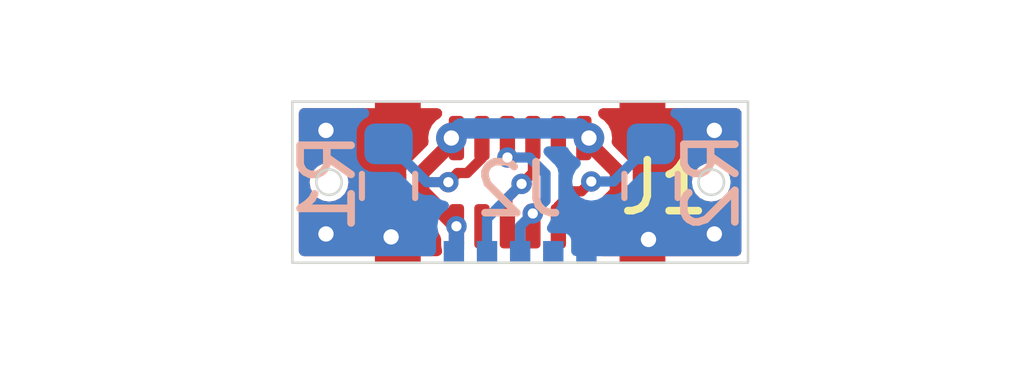
<source format=kicad_pcb>
(kicad_pcb (version 20211014) (generator pcbnew)
  (layers (0 "F.Cu" signal) (31 "B.Cu" signal) (34 "B.Paste" user) (35 "F.Paste" user) (36 "B.SilkS" user "B.Silkscreen") (37 "F.SilkS" user "F.Silkscreen") (38 "B.Mask" user) (39 "F.Mask" user) (44 "Edge.Cuts" user))
  (net 0 "")
  (net 1 "GND")
  (net 2 "Net-(J1-PadA4)")
  (net 3 "Net-(J1-PadA5)")
  (net 4 "Net-(J1-PadA6)")
  (net 5 "Net-(J1-PadA7)")
  (net 7 "Net-(J1-PadB5)")
  (footprint "Type-c:USB_Micro-B_GCT_USB3076-30-A" (layer "F.Cu") (at 148.082 82.38 180)
    (fp_text reference "J2" (at 0.022 1.21) (layer "B.SilkS") (effects (justify mirror)))
    (fp_text value "USB_B_Micro")
    (pad "1" smd rect (at 1.3 0 180) (size 0.4 0.4) (layers "B.Cu" "B.Paste" "B.Mask") (net 2 "Net-(J1-PadA4)"))
    (pad "2" smd rect (at 0.65 0 180) (size 0.4 0.4) (layers "B.Cu" "B.Paste" "B.Mask") (net 5 "Net-(J1-PadA7)"))
    (pad "3" smd rect (at 0 0 180) (size 0.4 0.4) (layers "B.Cu" "B.Paste" "B.Mask") (net 4 "Net-(J1-PadA6)"))
    (pad "4" smd rect (at -0.65 0 180) (size 0.4 0.4) (layers "B.Cu" "B.Paste" "B.Mask"))
    (pad "5" smd rect (at -1.3 0 180) (size 0.4 0.4) (layers "B.Cu" "B.Paste" "B.Mask") (net 1 "GND"))
  )
  (footprint "Type-c:Type-C 16P Stand SMD" (layer "F.Cu") (at 148.082 81.026)
    (fp_text reference "J1" (at 2.828 0.104 unlocked) (layer "F.SilkS"))
    (fp_text value "USB_C_Receptacle_USB2.0")
    (fp_rect (start -4.47 -1.58) (end 4.47 1.58) (layer "Edge.Cuts") (width 0.05) (fill none))
    (fp_circle (center 3.75 0) (end 4 0) (layer "Edge.Cuts") (width 0.05) (fill none))
    (fp_circle (center -3.75 0) (end -3.5 0) (layer "Edge.Cuts") (width 0.05) (fill none))
    (pad "A1" smd roundrect (at -2.75 -0.865) (size 0.3 0.87) (layers "F.Cu" "F.Paste" "F.Mask") (net 1 "GND"))
    (pad "A4" smd roundrect (at -1.25 -0.865) (size 0.3 0.87) (layers "F.Cu" "F.Paste" "F.Mask") (net 2 "Net-(J1-PadA4)"))
    (pad "A5" smd roundrect (at -0.75 -0.865) (size 0.3 0.87) (layers "F.Cu" "F.Paste" "F.Mask") (net 3 "Net-(J1-PadA5)"))
    (pad "A6" smd roundrect (at -0.25 -0.865) (size 0.3 0.87) (layers "F.Cu" "F.Paste" "F.Mask") (net 4 "Net-(J1-PadA6)"))
    (pad "A7" smd roundrect (at 0.25 -0.865) (size 0.3 0.87) (layers "F.Cu" "F.Paste" "F.Mask") (net 5 "Net-(J1-PadA7)"))
    (pad "A8" smd roundrect (at 0.75 -0.865) (size 0.3 0.87) (layers "F.Cu" "F.Paste" "F.Mask"))
    (pad "A9" smd roundrect (at 1.25 -0.865) (size 0.3 0.87) (layers "F.Cu" "F.Paste" "F.Mask") (net 2 "Net-(J1-PadA4)"))
    (pad "A12" smd roundrect (at 2.75 -0.865) (size 0.3 0.87) (layers "F.Cu" "F.Paste" "F.Mask") (net 1 "GND"))
    (pad "B1" smd roundrect (at 2.75 0.865) (size 0.3 0.87) (layers "F.Cu" "F.Paste" "F.Mask") (net 1 "GND"))
    (pad "B4" smd roundrect (at 1.25 0.865) (size 0.3 0.87) (layers "F.Cu" "F.Paste" "F.Mask") (net 2 "Net-(J1-PadA4)"))
    (pad "B5" smd roundrect (at 0.75 0.865) (size 0.3 0.87) (layers "F.Cu" "F.Paste" "F.Mask") (net 7 "Net-(J1-PadB5)"))
    (pad "B6" smd roundrect (at 0.25 0.865) (size 0.3 0.87) (layers "F.Cu" "F.Paste" "F.Mask") (net 4 "Net-(J1-PadA6)"))
    (pad "B7" smd roundrect (at -0.25 0.865) (size 0.3 0.87) (layers "F.Cu" "F.Paste" "F.Mask") (net 5 "Net-(J1-PadA7)"))
    (pad "B8" smd roundrect (at -0.75 0.865) (size 0.3 0.87) (layers "F.Cu" "F.Paste" "F.Mask"))
    (pad "B9" smd roundrect (at -1.25 0.865) (size 0.3 0.87) (layers "F.Cu" "F.Paste" "F.Mask") (net 2 "Net-(J1-PadA4)"))
    (pad "B12" smd roundrect (at -2.75 0.865) (size 0.3 0.87) (layers "F.Cu" "F.Paste" "F.Mask") (net 1 "GND"))
    (pad "S1" smd rect (at -2.4 -1.35) (size 0.9 0.5) (layers "F.Cu" "F.Paste" "F.Mask") (net 1 "GND"))
    (pad "S1" smd rect (at -2.4 1.35) (size 0.9 0.5) (layers "F.Cu" "F.Paste" "F.Mask") (net 1 "GND"))
    (pad "S1" smd rect (at 2.4 -1.35) (size 0.9 0.5) (layers "F.Cu" "F.Paste" "F.Mask") (net 1 "GND"))
    (pad "S1" smd rect (at 2.4 1.35) (size 0.9 0.5) (layers "F.Cu" "F.Paste" "F.Mask") (net 1 "GND"))
  )
  (footprint "Resistor_SMD:R_0603_1608Metric" (layer "B.Cu") (at 145.5 81.1 90)
    (fp_text reference "R1" (at 0.06 -1.19 90) (layer "B.SilkS") (effects (justify mirror)))
    (fp_text value "5.1K")
    (fp_line (start -0.237258 -0.5225) (end 0.237258 -0.5225) (layer "B.SilkS") (width 0.12))
    (fp_line (start -0.237258 0.5225) (end 0.237258 0.5225) (layer "B.SilkS") (width 0.12))
    (pad "1" smd roundrect (at -0.825 0 90) (size 0.8 0.95) (layers "B.Cu" "B.Paste" "B.Mask") (net 1 "GND"))
    (pad "2" smd roundrect (at 0.825 0 90) (size 0.8 0.95) (layers "B.Cu" "B.Paste" "B.Mask") (net 3 "Net-(J1-PadA5)"))
  )
  (footprint "Resistor_SMD:R_0603_1608Metric" (layer "B.Cu") (at 150.65 81.1 90)
    (fp_text reference "R2" (at 0.08 1.19 90) (layer "B.SilkS") (effects (justify mirror)))
    (fp_text value "5.1K")
    (fp_line (start -0.237258 0.5225) (end 0.237258 0.5225) (layer "B.SilkS") (width 0.12))
    (fp_line (start -0.237258 -0.5225) (end 0.237258 -0.5225) (layer "B.SilkS") (width 0.12))
    (pad "1" smd roundrect (at -0.825 0 90) (size 0.8 0.95) (layers "B.Cu" "B.Paste" "B.Mask") (net 1 "GND"))
    (pad "2" smd roundrect (at 0.825 0 90) (size 0.8 0.95) (layers "B.Cu" "B.Paste" "B.Mask") (net 7 "Net-(J1-PadB5)"))
  )
  (via (at 151.892 82.042) (size 0.6) (drill 0.3) (layers "F.Cu" "B.Cu") (net 1))
  (via (at 144.272 80.01) (size 0.6) (drill 0.3) (layers "F.Cu" "B.Cu") (net 1))
  (via (at 150.6 82.15) (size 0.6) (drill 0.3) (layers "F.Cu" "B.Cu") (net 1))
  (via (at 145.55 82.1) (size 0.6) (drill 0.3) (layers "F.Cu" "B.Cu") (net 1))
  (via (at 151.892 80.01) (size 0.6) (drill 0.3) (layers "F.Cu" "B.Cu") (net 1))
  (via (at 144.272 82.042) (size 0.6) (drill 0.3) (layers "F.Cu" "B.Cu") (net 1))
  (segment (start 149.332 81.891) (end 149.99 81.233) (width 0.3) (layer "F.Cu") (net 2))
  (segment (start 146.15 80.843) (end 146.15 81.209) (width 0.3) (layer "F.Cu") (net 2))
  (segment (start 149.99 81.233) (end 149.99 80.819) (width 0.3) (layer "F.Cu") (net 2))
  (segment (start 146.832 80.161) (end 146.15 80.843) (width 0.3) (layer "F.Cu") (net 2))
  (segment (start 146.15 81.209) (end 146.832 81.891) (width 0.3) (layer "F.Cu") (net 2))
  (segment (start 149.99 80.819) (end 149.332 80.161) (width 0.3) (layer "F.Cu") (net 2))
  (via (at 149.4315 80.16) (size 0.6) (drill 0.3) (layers "F.Cu" "B.Cu") (net 2))
  (via (at 146.832 81.891) (size 0.4) (drill 0.2) (layers "F.Cu" "B.Cu") (net 2))
  (via (at 146.7325 80.16) (size 0.6) (drill 0.3) (layers "F.Cu" "B.Cu") (net 2))
  (segment (start 146.832 82.33) (end 146.782 82.38) (width 0.3) (layer "B.Cu") (net 2))
  (segment (start 149.243316 79.971816) (end 149.4315 80.16) (width 0.4) (layer "B.Cu") (net 2))
  (segment (start 146.920684 79.971816) (end 149.243316 79.971816) (width 0.4) (layer "B.Cu") (net 2))
  (segment (start 146.832 81.891) (end 146.832 82.33) (width 0.3) (layer "B.Cu") (net 2))
  (segment (start 146.7325 80.16) (end 146.920684 79.971816) (width 0.4) (layer "B.Cu") (net 2))
  (segment (start 146.8534 80.846) (end 147.041619 80.846) (width 0.2) (layer "F.Cu") (net 3))
  (segment (start 147.041619 80.846) (end 147.332 80.555619) (width 0.2) (layer "F.Cu") (net 3))
  (segment (start 146.6734 81.026) (end 146.8534 80.846) (width 0.2) (layer "F.Cu") (net 3))
  (segment (start 147.332 80.555619) (end 147.332 80.161) (width 0.2) (layer "F.Cu") (net 3))
  (via (at 146.6734 81.026) (size 0.4) (drill 0.2) (layers "F.Cu" "B.Cu") (net 3))
  (segment (start 146.6734 81.026) (end 146.251 81.026) (width 0.2) (layer "B.Cu") (net 3))
  (segment (start 146.251 81.026) (end 145.5 80.275) (width 0.2) (layer "B.Cu") (net 3))
  (segment (start 147.83301 80.541816) (end 147.832 80.540806) (width 0.2) (layer "F.Cu") (net 4))
  (segment (start 147.832 80.540806) (end 147.832 80.161) (width 0.2) (layer "F.Cu") (net 4))
  (segment (start 148.33 81.889) (end 148.332 81.891) (width 0.2) (layer "F.Cu") (net 4))
  (segment (start 148.33 81.64) (end 148.33 81.889) (width 0.2) (layer "F.Cu") (net 4))
  (via (at 147.83301 80.541816) (size 0.4) (drill 0.2) (layers "F.Cu" "B.Cu") (net 4))
  (via (at 148.33 81.64) (size 0.4) (drill 0.2) (layers "F.Cu" "B.Cu") (net 4))
  (segment (start 148.33 81.64) (end 148.082 81.888) (width 0.2) (layer "B.Cu") (net 4))
  (segment (start 148.58 81.39) (end 148.58 80.86) (width 0.2) (layer "B.Cu") (net 4))
  (segment (start 148.58 80.86) (end 148.261816 80.541816) (width 0.2) (layer "B.Cu") (net 4))
  (segment (start 148.082 81.888) (end 148.082 82.38) (width 0.2) (layer "B.Cu") (net 4))
  (segment (start 148.33 81.64) (end 148.58 81.39) (width 0.2) (layer "B.Cu") (net 4))
  (segment (start 148.261816 80.541816) (end 147.83301 80.541816) (width 0.2) (layer "B.Cu") (net 4))
  (segment (start 148.11 81.06) (end 147.832 81.338) (width 0.2) (layer "F.Cu") (net 5))
  (segment (start 148.332 80.838) (end 148.11 81.06) (width 0.2) (layer "F.Cu") (net 5))
  (segment (start 148.332 80.161) (end 148.332 80.838) (width 0.2) (layer "F.Cu") (net 5))
  (segment (start 147.832 81.338) (end 147.832 81.891) (width 0.2) (layer "F.Cu") (net 5))
  (via (at 148.11 81.06) (size 0.4) (drill 0.2) (layers "F.Cu" "B.Cu") (net 5))
  (segment (start 147.432 81.738) (end 147.432 82.38) (width 0.2) (layer "B.Cu") (net 5))
  (segment (start 148.11 81.06) (end 147.432 81.738) (width 0.2) (layer "B.Cu") (net 5))
  (segment (start 149.2845 81.206) (end 149.122381 81.206) (width 0.2) (layer "F.Cu") (net 7))
  (segment (start 149.122381 81.206) (end 148.832 81.496381) (width 0.2) (layer "F.Cu") (net 7))
  (segment (start 148.832 81.496381) (end 148.832 81.891) (width 0.2) (layer "F.Cu") (net 7))
  (segment (start 149.47755 81.01295) (end 149.2845 81.206) (width 0.2) (layer "F.Cu") (net 7))
  (via (at 149.47755 81.01295) (size 0.4) (drill 0.2) (layers "F.Cu" "B.Cu") (net 7))
  (segment (start 149.47755 81.01295) (end 149.91205 81.01295) (width 0.2) (layer "B.Cu") (net 7))
  (segment (start 149.91205 81.01295) (end 150.65 80.275) (width 0.2) (layer "B.Cu") (net 7))
  (zone (net 1) (net_name "GND") (layers F&B.Cu) (connect_pads yes (clearance 0.127)) (min_thickness 0.2) (fill yes (thermal_gap 0.508) (thermal_bridge_width 0.508))
    (polygon (pts (xy 152.654 82.677) (xy 143.51 82.677) (xy 143.51 79.375) (xy 152.654 79.375)))
  )
)
</source>
